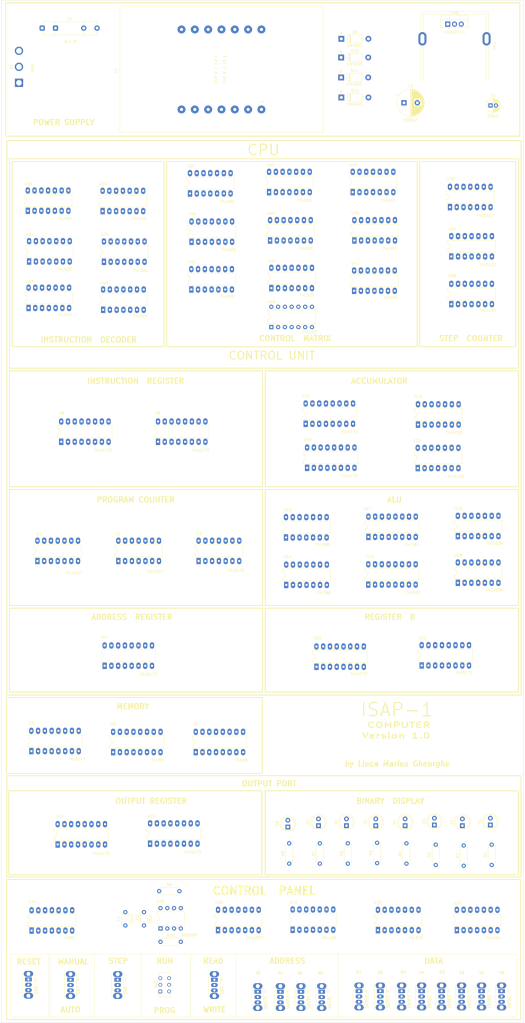
<source format=kicad_pcb>
(kicad_pcb (version 20240108) (generator "pcbnew") (generator_version "8.0")
  (layers (0 "F.Cu" signal) (31 "B.Cu" signal) (34 "B.Paste" user) (35 "F.Paste" user) (36 "B.SilkS" user "B.Silkscreen") (37 "F.SilkS" user "F.Silkscreen") (38 "B.Mask" user) (39 "F.Mask" user) (44 "Edge.Cuts" user))
  (net 0 "")
  (net 1 "GND")
  (net 2 "+5V")
  (net 4 "Net-(U1A-C)")
  (net 5 "Net-(U1B-C)")
  (net 7 "Net-(U1A-Q)")
  (net 8 "Net-(U2A-C)")
  (net 9 "Net-(SW1A1-C)")
  (net 10 "Net-(SW1C1-C)")
  (net 11 "Net-(SW1D1-C)")
  (net 12 "Net-(SW1B1-C)")
  (net 13 "Net-(SW3A1-C)")
  (net 15 "Net-(SW3B1-C)")
  (net 17 "Net-(U16-B2)")
  (net 18 "Net-(U16-B1)")
  (net 19 "/ALU/B5")
  (net 20 "/ALU/B4")
  (net 21 "Net-(U16-B4)")
  (net 22 "Net-(U16-B3)")
  (net 23 "/ALU/B6")
  (net 24 "/ALU/B7")
  (net 25 "/ALU/B2")
  (net 26 "Net-(U17-B1)")
  (net 27 "/ALU/B0")
  (net 28 "/ALU/B1")
  (net 29 "Net-(U17-B4)")
  (net 30 "/ALU/B3")
  (net 31 "Net-(U17-B3)")
  (net 32 "Net-(U17-B2)")
  (net 33 "/ALU/AC6")
  (net 34 "/ALU/AC4")
  (net 35 "Net-(U16-S2)")
  (net 36 "Net-(U16-S4)")
  (net 38 "/ALU/AC5")
  (net 39 "Net-(U16-S3)")
  (net 40 "Net-(U16-S1)")
  (net 41 "Net-(U16-C0)")
  (net 42 "/ALU/AC7")
  (net 43 "Net-(U17-S3)")
  (net 44 "/ALU/AC1")
  (net 45 "/ALU/AC2")
  (net 46 "/ALU/AC0")
  (net 47 "Net-(U17-S4)")
  (net 48 "Net-(U17-S1)")
  (net 49 "Net-(U17-S2)")
  (net 50 "/ALU/D4")
  (net 51 "/ALU/D6")
  (net 52 "/ALU/D7")
  (net 53 "/ALU/D5")
  (net 54 "/ALU/D2")
  (net 55 "/ALU/D3")
  (net 56 "/ALU/D1")
  (net 57 "/ALU/D0")
  (net 62 "Net-(SW3C1-C)")
  (net 64 "Net-(SW3D1-C)")
  (net 67 "Net-(SW3E1-C)")
  (net 69 "Net-(SW3F1-C)")
  (net 70 "Net-(SW3G1-C)")
  (net 72 "Net-(SW3H1-C)")
  (net 77 "Net-(D1-A)")
  (net 78 "Net-(D2-A)")
  (net 79 "Net-(D3-A)")
  (net 80 "Net-(D4-A)")
  (net 81 "Net-(D5-A)")
  (net 82 "Net-(D6-A)")
  (net 83 "Net-(D7-A)")
  (net 84 "Net-(D8-A)")
  (net 85 "/BinaryDisplay/DB0")
  (net 86 "Net-(U24-Pad12)")
  (net 87 "Net-(SW6-C)")
  (net 88 "Net-(U24-Pad10)")
  (net 89 "Net-(SW6-A)")
  (net 90 "Net-(SW7-C)")
  (net 91 "Net-(SW7-A)")
  (net 93 "/MAN")
  (net 95 "Net-(U25-Pad12)")
  (net 96 "Net-(U26-Pad13)")
  (net 97 "Net-(SW5-C)")
  (net 98 "Net-(U26-Pad2)")
  (net 99 "Net-(U26-Pad11)")
  (net 100 "Net-(U29A-Q)")
  (net 101 "Net-(SW5-A)")
  (net 102 "Net-(U27-Pad2)")
  (net 106 "Net-(U28-THR)")
  (net 107 "Net-(U28-Q)")
  (net 108 "Net-(U28-CV)")
  (net 109 "Net-(U28-DIS)")
  (net 113 "/ControlUnit/I7")
  (net 114 "Net-(U31-Pad2)")
  (net 115 "/ControlUnit/I5")
  (net 116 "Net-(U31-Pad4)")
  (net 117 "Net-(U31-Pad8)")
  (net 118 "/ControlUnit/I6")
  (net 120 "Net-(U37A-J)")
  (net 121 "/ControlUnit/I4")
  (net 122 "Net-(U31-Pad6)")
  (net 123 "Net-(SW2B-B)")
  (net 124 "Net-(U32-Pad6)")
  (net 125 "Net-(U32-Pad8)")
  (net 126 "Net-(U33-Pad6)")
  (net 127 "Net-(U33-Pad8)")
  (net 128 "Net-(U34-Pad8)")
  (net 129 "Net-(U35-Pad4)")
  (net 130 "Net-(U35-Pad2)")
  (net 131 "Net-(U35-Pad8)")
  (net 132 "Net-(U35-Pad6)")
  (net 133 "Net-(U36B-J)")
  (net 134 "Net-(U36A-K)")
  (net 135 "Net-(U36A-Q)")
  (net 136 "Net-(U36A-~{Q})")
  (net 137 "Net-(U36A-J)")
  (net 138 "Net-(U36B-K)")
  (net 139 "Net-(U37B-K)")
  (net 140 "Net-(U37A-K)")
  (net 141 "Net-(U38A-J)")
  (net 142 "Net-(U36A-~{R})")
  (net 143 "/~{CE}")
  (net 144 "Net-(SW4-C)")
  (net 145 "/CP")
  (net 146 "/CLR")
  (net 147 "/~{CLK}")
  (net 148 "/EP")
  (net 149 "/CLK")
  (net 150 "/~{LM}")
  (net 151 "/~{LI}")
  (net 152 "/~{LA}")
  (net 153 "/EA")
  (net 154 "/SU")
  (net 155 "/EU")
  (net 156 "/~{LB}")
  (net 157 "/HLT")
  (net 158 "Net-(U31-Pad12)")
  (net 159 "Net-(U35-Pad10)")
  (net 160 "Net-(U35-Pad13)")
  (net 161 "Net-(U39-Pad8)")
  (net 162 "Net-(U39-Pad11)")
  (net 163 "Net-(U39-Pad3)")
  (net 164 "Net-(U39-Pad6)")
  (net 165 "Net-(U40-Pad11)")
  (net 166 "Net-(U40-Pad6)")
  (net 167 "Net-(U40-Pad3)")
  (net 168 "Net-(U40-Pad8)")
  (net 169 "Net-(U41-Pad11)")
  (net 170 "Net-(U41-Pad3)")
  (net 171 "Net-(U41-Pad6)")
  (net 172 "Net-(U41-Pad8)")
  (net 173 "Net-(U42-Pad6)")
  (net 174 "Net-(U42-Pad8)")
  (net 175 "Net-(U42-Pad11)")
  (net 176 "/~{LO}")
  (net 177 "Net-(U43-Pad6)")
  (net 178 "Net-(U43-Pad3)")
  (net 179 "Net-(U44-Pad8)")
  (net 180 "Net-(U44-Pad6)")
  (net 181 "Net-(U45-Pad12)")
  (net 182 "Net-(D10-K)")
  (net 183 "Net-(U45-Pad6)")
  (net 184 "Net-(U43-Pad11)")
  (net 185 "Net-(D11-K)")
  (net 187 "/~{EI}")
  (net 188 "Net-(D11-A)")
  (net 189 "Net-(U45-Pad8)")
  (net 190 "Net-(U45-Pad9)")
  (net 191 "Net-(U46-Pad11)")
  (net 192 "Net-(SW2A-A)")
  (net 193 "/BinaryDisplay/DB1")
  (net 194 "/BinaryDisplay/DB2")
  (net 195 "/BinaryDisplay/DB3")
  (net 196 "/BinaryDisplay/DB4")
  (net 197 "/BinaryDisplay/DB5")
  (net 198 "/BinaryDisplay/DB6")
  (net 199 "/BinaryDisplay/DB7")
  (net 200 "/~{DM}")
  (net 201 "Net-(T1-AA)")
  (net 202 "/~{CLR}")
  (net 203 "/~{LAR}")
  (net 204 "/AddressRegister/A3")
  (net 205 "/AddressRegister/A1")
  (net 206 "/AddressRegister/A0")
  (net 207 "/AddressRegister/A2")
  (net 208 "Net-(U5-Zc)")
  (net 209 "Net-(U5-Za)")
  (net 210 "Net-(U5-Zd)")
  (net 211 "Net-(U5-Zb)")
  (net 212 "Net-(P1-L)")
  (net 213 "Net-(P1-N)")
  (net 216 "Net-(U46-Pad13)")
  (net 217 "Net-(U46-Pad8)")
  (net 218 "Net-(U46-Pad10)")
  (net 219 "Net-(U48-Pad8)")
  (net 220 "Net-(U49-Pad12)")
  (net 221 "Net-(U49-Pad13)")
  (net 222 "Net-(U49-Pad6)")
  (footprint "LED_THT:LED_D5.0mm" (layer "F.Cu") (at 241.42 325 90)
    (property "Reference" "D1")
    (property "Value" "LED")
  )
  (footprint "Package_DIP:DIP-16_W7.62mm_LongPads" (layer "F.Cu") (at 69.135 297.31 90)
    (property "Reference" "U5")
    (property "Value" "74LS157")
  )
  (footprint "Resistor_THT:R_Axial_DIN0207_L6.3mm_D2.5mm_P7.62mm_Horizontal" (layer "F.Cu") (at 241.92 340 90)
    (property "Reference" "R1")
    (property "Value" "1K")
  )
  (footprint "Resistor_THT:R_Axial_DIN0207_L6.3mm_D2.5mm_P7.62mm_Horizontal" (layer "F.Cu") (at 220.92 340 90)
    (property "Reference" "R3")
    (property "Value" "1K")
  )
  (footprint "Fuse:Fuseholder_Clip-5x20mm_Schurter_CQM_Inline_P20.60x5.00mm_D1.00mm_Horizontal" (layer "F.Cu") (at 73.2 26.19)
    (property "Reference" "F1")
    (property "Value" "3/8A (0.4A)")
  )
  (footprint "Package_DIP:DIP-14_W7.62mm_LongPads" (layer "F.Cu") (at 226.76 111.81 90)
    (property "Reference" "U37")
    (property "Value" "74LS107")
  )
  (footprint "Package_DIP:DIP-16_W7.62mm_LongPads" (layer "F.Cu") (at 116.68 181.31 90)
    (property "Reference" "U9")
    (property "Value" "74LS173")
  )
  (footprint "Button_Switch_THT:SW_Slide_SPDT_Straight_CK_OS102011MS2Q" (layer "F.Cu") (at 200.1225 387.31 -90)
    (property "Reference" "SW3G1")
    (property "Value" "SW_SPDT")
  )
  (footprint "LED_THT:LED_D5.0mm" (layer "F.Cu") (at 187.42 325.265 90)
    (property "Reference" "D6")
    (property "Value" "LED")
  )
  (footprint "Package_DIP:DIP-16_W7.62mm_LongPads" (layer "F.Cu") (at 195.645 216.985 90)
    (property "Reference" "U17")
    (property "Value" "74LS83")
  )
  (footprint "Package_DIP:DIP-14_W7.62mm_LongPads" (layer "F.Cu") (at 159.22 123.69 90)
    (property "Reference" "U44")
    (property "Value" "74LS20")
  )
  (footprint "Transformer_THT:Transformer_CHK_EI54-16VA_Neutral" (layer "F.Cu") (at 155.5 56.69 90)
    (property "Reference" "T1")
    (property "Value" "F-25X 115V(240V) /12V 1.5A")
  )
  (footprint "Button_Switch_THT:SW_Slide_SPDT_Straight_CK_OS102011MS2Q" (layer "F.Cu") (at 245.6225 387.31 -90)
    (property "Reference" "SW3A1")
    (property "Value" "SW_SPDT")
  )
  (footprint "Button_Switch_THT:SW_Slide_SPDT_Straight_CK_OS102011MS2Q" (layer "F.Cu") (at 178.1225 387.53 -90)
    (property "Reference" "SW1A1")
    (property "Value" "SW_SPDT")
  )
  (footprint "Package_DIP:DIP-16_W7.62mm_LongPads" (layer "F.Cu") (at 195.605 234.865 90)
    (property "Reference" "U16")
    (property "Value" "74LS83")
  )
  (footprint "Package_DIP:DIP-14_W7.62mm_LongPads" (layer "F.Cu") (at 226.26 93.31 90)
    (property "Reference" "U36")
    (property "Value" "74LS107")
  )
  (footprint "Package_DIP:DIP-16_W7.62mm_LongPads" (layer "F.Cu") (at 215.64 265.19 90)
    (property "Reference" "U21")
    (property "Value" "74LS173")
  )
  (footprint "Resistor_THT:R_Axial_DIN0207_L6.3mm_D2.5mm_P7.62mm_Horizontal" (layer "F.Cu") (at 165.92 339.5 90)
    (property "Reference" "R8")
    (property "Value" "1K")
  )
  (footprint "Capacitor_THT:C_Disc_D5.0mm_W2.5mm_P5.00mm" (layer "F.Cu") (at 111.42 357.69 -90)
    (property "Reference" "C2")
    (property "Value" "10nF")
  )
  (footprint "Button_Switch_THT:SW_Slide_SPDT_Straight_CK_OS102011MS2Q" (layer "F.Cu") (at 83.84 383.03 -90)
    (property "Reference" "SW7")
    (property "Value" "SW_SPDT")
  )
  (footprint "Button_Switch_THT:SW_Slide_SPDT_Straight_CK_OS102011MS2Q" (layer "F.Cu") (at 192.1225 387.31 -90)
    (property "Reference" "SW3H1")
    (property "Value" "SW_SPDT")
  )
  (footprint "Package_DIP:DIP-14_W7.62mm_LongPads" (layer "F.Cu") (at 96.08 131.81 90)
    (property "Reference" "U48")
    (property "Value" "74LS04")
  )
  (footprint "Package_DIP:DIP-14_W7.62mm_LongPads" (layer "F.Cu") (at 96.38 113.81 90)
    (property "Reference" "U35")
    (property "Value" "74LS04")
  )
  (footprint "Package_DIP:DIP-14_W7.62mm_LongPads" (layer "F.Cu") (at 68.305 113.69 90)
    (property "Reference" "U32")
    (property "Value" "74LS20")
  )
  (footprint "Package_DIP:DIP-16_W7.62mm_LongPads" (layer "F.Cu") (at 79.015 332.31 90)
    (property "Reference" "U22")
    (property "Value" "74LS173")
  )
  (footprint "Package_DIP:DIP-14_W7.62mm_LongPads" (layer "F.Cu") (at 228.84 364.43 90)
    (property "Reference" "U27")
    (property "Value" "74LS04")
  )
  (footprint "Heatsink:Heatsink_AAVID_590302B03600G" (layer "F.Cu") (at 240 30.19 -90)
    (property "Reference" "HS1")
    (property "Value" "Heatsink")
  )
  (footprint "Resistor_THT:R_Axial_DIN0207_L6.3mm_D2.5mm_P7.62mm_Horizontal" (layer "F.Cu") (at 177.42 339.5 90)
    (property "Reference" "R7")
    (property "Value" "1K")
  )
  (footprint "Package_DIP:DIP-14_W7.62mm_LongPads" (layer "F.Cu") (at 129.255 106.31 90)
    (property "Reference" "U40")
    (property "Value" "74LS00")
  )
  (footprint "Resistor_THT:R_Axial_DIN0207_L6.3mm_D2.5mm_P7.62mm_Horizontal" (layer "F.Cu") (at 187.92 339.5 90)
    (property "Reference" "R6")
    (property "Value" "1K")
  )
  (footprint "Package_DIP:DIP-14_W7.62mm_LongPads" (layer "F.Cu") (at 214.18 191.19 90)
    (property "Reference" "U12")
    (property "Value" "74LS126")
  )
  (footprint "LED_THT:LED_D5.0mm" (layer "F.Cu") (at 209.42 325.265 90)
    (property "Reference" "D4")
    (property "Value" "LED")
  )
  (footprint "Button_Switch_THT:SW_Slide_SPDT_Straight_CK_OS102011MS2Q" (layer "F.Cu") (at 223.1225 387.31 -90)
    (property "Reference" "SW3D1")
    (property "Value" "SW_SPDT")
  )
  (footprint "Button_Switch_THT:SW_Slide_SPDT_Straight_CK_OS102011MS2Q" (layer "F.Cu") (at 215.6225 387.31 -90)
    (property "Reference" "SW3E1")
    (property "Value" "SW_SPDT")
  )
  (footprint "Package_DIP:DIP-16_W7.62mm_LongPads" (layer "F.Cu") (at 80.355 181.31 90)
    (property "Reference" "U8")
    (property "Value" "74LS173")
  )
  (footprint "Package_DIP:DIP-14_W7.62mm_LongPads" (layer "F.Cu") (at 229.22 216.69 90)
    (property "Reference" "U19")
    (property "Value" "74LS126")
  )
  (footprint "Button_Switch_THT:SW_Slide_SPDT_Straight_CK_OS102011MS2Q" (layer "F.Cu") (at 230.6225 387.31 -90)
    (property "Reference" "SW3C1")
    (property "Value" "SW_SPDT")
  )
  (footprint "Package_DIP:DIP-14_W7.62mm_LongPads" (layer "F.Cu") (at 69.22 364.605 90)
    (property "Reference" "U24")
    (property "Value" "7400")
  )
  (footprint "Diode_THT:D_DO-41_SOD81_P10.16mm_Horizontal" (layer "F.Cu") (at 185.42 37.19)
    (property "Reference" "D10")
    (property "Value" "1N4001")
  )
  (footprint "Package_DIP:DIP-14_W7.62mm_LongPads" (layer "F.Cu") (at 199.22 364.43 90)
    (property "Reference" "U25")
    (property "Value" "74LS10")
  )
  (footprint "Resistor_THT:R_Axial_DIN0207_L6.3mm_D2.5mm_P7.62mm_Horizontal" (layer "F.Cu") (at 209.92 339.5 90)
    (property "Reference" "R4")
    (property "Value" "1K")
  )
  (footprint "Package_DIP:DIP-14_W7.62mm_LongPads" (layer "F.Cu") (at 129.18 124.19 90)
    (property "Reference" "U41")
    (property "Value" "74LS00")
  )
  (footprint "Connector_Wire:SolderWire-1.5sqmm_1x03_P6mm_D1.7mm_OD3mm" (layer "F.Cu") (at 64.5 46.69 90)
    (property "Reference" "P1")
    (property "Value" "IEC_60320_C13_Plug")
  )
  (footprint "Package_DIP:DIP-16_W7.62mm_LongPads" (layer "F.Cu") (at 176.14 265.69 90)
    (property "Reference" "U20")
    (property "Value" "74LS173")
  )
  (footprint "Package_DIP:DIP-16_W7.62mm_LongPads" (layer "F.Cu") (at 130.84 297.69 90)
    (property "Reference" "U7")
    (property "Value" "74189")
  )
  (footprint "Button_Switch_THT:SW_Slide_SPDT_Straight_CK_OS102011MS2Q" (layer "F.Cu") (at 101.5425 383.03 -90)
    (property "Reference" "SW6")
    (property "Value" "SW_SPDT")
  )
  (footprint "Package_DIP:DIP-14_W7.62mm_LongPads" (layer "F.Cu") (at 158.38 87.69 90)
    (property "Reference" "U42")
    (property "Value" "74LS00")
  )
  (footprint "Package_DIP:DIP-14_W7.62mm_LongPads" (layer "F.Cu") (at 131.92 226.015 90)
    (property "Reference" "U3")
    (property "Value" "74LS126")
  )
  (footprint "Resistor_THT:R_Axial_DIN0207_L6.3mm_D2.5mm_P7.62mm_Horizontal" (layer "F.Cu") (at 117.61 368.81)
    (property "Reference" "R10")
    (property "Value" "18K")
  )
  (footprint "Package_DIP:DIP-14_W7.62mm_LongPads" (layer "F.Cu") (at 164.805 234.985 90)
    (property "Reference" "U14")
    (property "Value" "74LS86")
  )
  (footprint "Package_DIP:DIP-14_W7.62mm_LongPads" (layer "F.Cu") (at 190.38 105.81 90)
    (property "Reference" "U46")
    (property "Value" "74LS00")
  )
  (footprint "LED_THT:LED_D5.0mm" (layer "F.Cu") (at 230.92 325.265 90)
    (property "Reference" "D2")
    (property "Value" "LED")
  )
  (footprint "Button_Switch_THT:SW_Slide_SPDT_Straight_CK_OS102011MS2Q" (layer "F.Cu") (at 154.1225 387.53 -90)
    (property "Reference" "SW1D1")
    (property "Value" "SW_SPDT")
  )
  (footprint "Resistor_THT:R_Axial_DIN0207_L6.3mm_D2.5mm_P7.62mm_Horizontal" (layer "F.Cu") (at 231.42 340.31 90)
    (property "Reference" "R2")
    (property "Value" "1K")
  )
  (footprint "Package_DIP:DIP-14_W7.62mm_LongPads" (layer "F.Cu") (at 158.76 105.81 90)
    (property "Reference" "U43")
    (property "Value" "74LS00")
  )
  (footprint "Resistor_THT:R_Axial_DIN0207_L6.3mm_D2.5mm_P7.62mm_Horizontal" (layer "F.Cu") (at 198.92 339.31 90)
    (property "Reference" "R5")
    (property "Value" "1K")
  )
  (footprint "Package_DIP:DIP-16_W7.62mm_LongPads" (layer "F.Cu") (at 96.64 265.31 90)
    (property "Reference" "U4")
    (property "Value" "74LS173")
  )
  (footprint "Button_Switch_THT:SW_Slide_SPDT_Straight_CK_OS102011MS2Q" (layer "F.Cu") (at 68.0425 382.93 -90)
    (property "Reference" "SW5")
    (property "Value" "SW_SPDT")
  )
  (footprint "Package_DIP:DIP-14_W7.62mm_LongPads" (layer "F.Cu") (at 139.22 364.43 90)
    (property "Reference" "U29")
    (property "Value" "74LS107")
  )
  (footprint "Package_DIP:DIP-14_W7.62mm_LongPads" (layer "F.Cu") (at 226.76 129.69 90)
    (property "Reference" "U38")
    (property "Value" "74LS107")
  )
  (footprint "Package_TO_SOT_THT:TO-220-3_Vertical" (layer "F.Cu") (at 225.42 24.69)
    (property "Reference" "U30")
    (property "Value" "LM340T-5")
  )
  (footprint "Button_Switch_THT:SW_Slide_SPDT_Straight_CK_OS102011MS2Q" (layer "F.Cu") (at 208.1225 387.31 -90)
    (property "Reference" "SW3F1")
    (property "Value" "SW_SPDT")
  )
  (footprint "LED_THT:LED_D5.0mm" (layer "F.Cu") (at 176.92 325.265 90)
    (property "Reference" "D7")
    (property "Value" "LED")
  )
  (footprint "Diode_THT:D_DO-41_SOD81_P10.16mm_Horizontal" (layer "F.Cu") (at 185.42 44.69)
    (property "Reference" "D11")
    (property "Value" "1N4001")
  )
  (footprint "Package_DIP:DIP-16_W7.62mm_LongPads" (layer "F.Cu") (at 172.64 191.07 90)
    (property "Reference" "U10")
    (property "Value" "74LS173")
  )
  (footprint "Capacitor_THT:CP_Radial_D5.0mm_P2.00mm" (layer "F.Cu") (at 241.5 55.19)
    (property "Reference" "C4")
    (property "Value" "220uF")
  )
  (footprint "Package_DIP:DIP-8_W7.62mm" (layer "F.Cu") (at 117.62 363.81 90)
    (property "Reference" "U28")
    (property "Value" "NE555P")
  )
  (footprint "LED_THT:LED_D5.0mm" (layer "F.Cu") (at 165.42 325.765 90)
    (property "Reference" "D8")
    (property "Value" "LED")
  )
  (footprint "Package_DIP:DIP-14_W7.62mm_LongPads" (layer "F.Cu") (at 68.08 131.135 90)
    (property "Reference" "U33")
    (property "Value" "74LS20")
  )
  (footprint "Package_DIP:DIP-16_W7.62mm_LongPads" (layer "F.Cu") (at 99.84 297.69 90)
    (property "Reference" "U6")
    (property "Value" "74189")
  )
  (footprint "Button_Switch_THT:SW_Slide_SPDT_Straight_CK_OS102011MS2Q" (layer "F.Cu") (at 137.84 383.03 -90)
    (property "Reference" "SW4")
    (property "Value" "SW_SPDT")
  )
  (footprint "Package_DIP:DIP-14_W7.62mm_LongPads" (layer "F.Cu") (at 101.795 226.015 90)
    (property "Reference" "U2")
    (property "Value" "74LS107")
  )
  (footprint "LED_THT:LED_D5.0mm" (layer "F.Cu") (at 220.42 325 90)
    (property "Reference" "D3")
    (property "Value" "LED")
  )
  (footprint "Package_DIP:DIP-14_W7.62mm_LongPads" (layer "F.Cu") (at 190.295 124.69 90)
    (property "Reference" "U47")
    (property "Value" "74LS04")
  )
  (footprint "Resistor_THT:R_Axial_DIN0207_L6.3mm_D2.5mm_P7.62mm_Horizontal" (layer "F.Cu") (at 117.11 349.81)
    (property "Reference" "R9")
    (property "Value" "36K")
  )
  (footprint "Button_Switch_THT:SW_CK_JS202011CQN_DPDT_Straight" (layer "F.Cu") (at 117.54 387.43 90)
    (property "Reference" "SW2")
    (property "Value" "SW_DPDT_x2")
  )
  (footprint "Package_DIP:DIP-14_W7.62mm_LongPads" (layer "F.Cu") (at 167.22 364.31 90)
    (property "Reference" "U26")
    (property "Value" "74LS00")
  )
  (footprint "Capacitor_THT:C_Disc_D5.0mm_W2.5mm_P5.00mm" (layer "F.Cu") (at 104.42 362.69 90)
    (property "Reference" "C1")
    (property "Value" "10nF")
  )
  (footprint "Package_DIP:DIP-14_W7.62mm_LongPads" (layer "F.Cu") (at 164.72 217.19 90)
    (property "Reference" "U15")
    (property "Value" "74LS86")
  )
  (footprint "LED_THT:LED_D5.0mm" (layer "F.Cu") (at 198.42 325.265 90)
    (property "Reference" "D5")
    (property "Value" "LED")
  )
  (footprint "Package_DIP:DIP-16_W7.62mm_LongPads" (layer "F.Cu") (at 172.1 174.57 90)
    (property "Reference" "U11")
    (property "Value" "74LS173")
  )
  (footprint "Diode_THT:D_DO-41_SOD81_P10.16mm_Horizontal" (layer "F.Cu") (at 185.5 30.19)
    (property "Reference" "D9")
    (property "Value" "1N4001")
  )
  (footprint "Package_DIP:DIP-14_W7.62mm_LongPads" (layer "F.Cu") (at 95.88 94.81 90)
    (property "Reference" "U34")
    (property "Value" "74LS20")
  )
  (footprint "Package_DIP:DIP-16_W7.62mm_LongPads" (layer "F.Cu") (at 113.72 332.015 90)
    (property "Reference" "U23")
    (property "Value" "74LS173")
  )
  (footprint "Button_Switch_THT:SW_Slide_SPDT_Straight_CK_OS102011MS2Q" (layer "F.Cu") (at 170.325 387.53 -90)
    (property "Reference" "SW1B1")
    (property "Value" "SW_SPDT")
  )
  (footprint "Capacitor_THT:CP_Radial_D10.0mm_P5.00mm" (layer "F.Cu") (at 209 54.19)
    (property "Reference" "C3")
    (property "Value" "1000uF")
  )
  (footprint "Button_Switch_THT:SW_Slide_SPDT_Straight_CK_OS102011MS2Q" (layer "F.Cu") (at 238.1225 387.31 -90)
    (property "Reference" "SW3B1")
    (property "Value" "SW_SPDT")
  )
  (footprint "Diode_THT:D_DO-41_SOD81_P10.16mm_Horizontal" (layer "F.Cu") (at 185.5 52.19)
    (property "Reference" "D12")
    (property "Value" "1N4001")
  )
  (footprint "Package_DIP:DIP-14_W7.62mm_LongPads" (layer "F.Cu") (at 71.42 226.015 90)
    (property "Reference" "U1")
    (property "Value" "74LS107")
  )
  (footprint "Package_DIP:DIP-14_W7.62mm_LongPads" (layer "F.Cu") (at 229.22 234.19 90)
    (property "Reference" "U18")
    (property "Value" "74LS126")
  )
  (footprint "Package_DIP:DIP-14_W7.62mm" (layer "F.Cu") (at 159.22 138.31 90)
    (property "Reference" "U49")
    (property "Value" "74LS32")
  )
  (footprint "Package_DIP:DIP-14_W7.62mm_LongPads" (layer "F.Cu") (at 67.805 94.69 90)
    (property "Reference" "U31")
    (property "Value" "74LS04")
  )
  (footprint "Button_Switch_THT:SW_Slide_SPDT_Straight_CK_OS102011MS2Q" (layer "F.Cu") (at 162.6225 387.53 -90)
    (property "Reference" "SW1C1")
    (property "Value" "SW_SPDT")
  )
  (footprint "Package_DIP:DIP-14_W7.62mm_LongPads" (layer "F.Cu") (at 214.265 174.865 90)
    (property "Reference" "U13")
    (property "Value" "74LS126")
  )
  (footprint "Package_DIP:DIP-14_W7.62mm_LongPads" (layer "F.Cu") (at 128.68 88.19 90)
    (property "Reference" "U39")
    (property "Value" "74LS00")
  )
  (footprint "Package_DIP:DIP-14_W7.62mm_LongPads" (layer "F.Cu") (at 189.76 87.69 90)
    (property "Reference" "U45")
    (property "Value" "74LS10")
  )
  (gr_rect (start 156.92 243.69) (end 251.92 275.19) (stroke (width 0.3)) (fill none) (layer "F.SilkS"))
  (gr_rect (start 60.92 75.19) (end 251.92 153.69) (stroke (width 0.2794)) (fill none) (layer "F.SilkS"))
  (gr_rect (start 60.92 243.69) (end 155.92 275.19) (stroke (width 0.3)) (fill none) (layer "F.SilkS"))
  (gr_rect (start 61.34 373.43) (end 75.84 396.93) (stroke (width 0.1)) (fill none) (layer "F.SilkS"))
  (gr_rect (start 156.92 199.19) (end 251.92 242.69) (stroke (width 0.3)) (fill none) (layer "F.SilkS"))
  (gr_rect (start 156.92 312.19) (end 251.92 343.69) (stroke (width 0.3)) (fill none) (layer "F.SilkS"))
  (gr_rect (start 59.84 345.43) (end 252.84 397.93) (stroke (width 0.3)) (fill none) (layer "F.SilkS"))
  (gr_rect (start 110.34 373.43) (end 128.84 396.93) (stroke (width 0.1)) (fill none) (layer "F.SilkS"))
  (gr_rect (start 59.5 16.69) (end 252.5 66.69) (stroke (width 0.3)) (fill none) (layer "F.SilkS"))
  (gr_rect (start 156.92 154.69) (end 251.92 198.19) (stroke (width 0.3)) (fill none) (layer "F.SilkS"))
  (gr_rect (start 214.92 76.19) (end 250.92 145.69) (stroke (width 0.2794)) (fill none) (layer "F.SilkS"))
  (gr_rect (start 59.92 306.515) (end 252.92 344.515) (stroke (width 0.3)) (fill none) (layer "F.SilkS"))
  (gr_rect (start 60.92 154.69) (end 155.92 198.19) (stroke (width 0.3)) (fill none) (layer "F.SilkS"))
  (gr_rect (start 60.67 312.19) (end 155.67 343.69) (stroke (width 0.3)) (fill none) (layer "F.SilkS"))
  (gr_rect (start 128.84 373.43) (end 145.84 396.93) (stroke (width 0.1)) (fill none) (layer "F.SilkS"))
  (gr_rect (start 59.96 68.31) (end 252.96 276.31) (stroke (width 0.3)) (fill none) (layer "F.SilkS"))
  (gr_rect (start 60.92 199.19) (end 155.92 242.69) (stroke (width 0.3)) (fill none) (layer "F.SilkS"))
  (gr_rect (start 145.84 373.43) (end 184.34 396.93) (stroke (width 0.1)) (fill none) (layer "F.SilkS"))
  (gr_rect (start 59.795 277.19) (end 155.795 305.69) (stroke (width 0.3)) (fill none) (layer "F.SilkS"))
  (gr_rect (start 92.84 373.43) (end 110.34 396.93) (stroke (width 0.1)) (fill none) (layer "F.SilkS"))
  (gr_rect (start 184.34 373.43) (end 251.34 396.93) (stroke (width 0.1)) (fill none) (layer "F.SilkS"))
  (gr_rect (start 119.92 76.19) (end 213.92 145.69) (stroke (width 0.2794)) (fill none) (layer "F.SilkS"))
  (gr_rect (start 61.9 76.19) (end 118.92 145.69) (stroke (width 0.2794)) (fill none) (layer "F.SilkS"))
  (gr_rect (start 75.84 373.43) (end 92.84 396.93) (stroke (width 0.1)) (fill none) (layer "F.SilkS"))
  (gr_rect (start 57.92 15.69) (end 253.92 399.19) (stroke (width 0.1)) (fill none) (layer "Edge.Cuts"))
  (gr_text "74LS107" (at 239.46 96.485 0) (layer "F.SilkS") (effects (font (size 1 1))))
  (gr_text "74LS00" (at 142.54 91.31 0) (layer "F.SilkS") (effects (font (size 1 1))))
  (gr_text "DATA" (at 216.42 377.19 0) (layer "F.SilkS") (effects (font (size 2 2) (thickness 0.4) (bold yes)) (justify left bottom)))
  (gr_text "74LS20" (at 109.505 97.605 0) (layer "F.SilkS") (effects (font (size 1 1))))
  (gr_text "ACCUMULATOR" (at 188.92 159.69 0) (layer "F.SilkS") (effects (font (size 2 2) (thickness 0.4) (bold yes)) (justify left bottom)))
  (gr_text "D3" (at 222.1225 380.81 0) (layer "F.SilkS") (effects (font (size 1 1) (thickness 0.2) (bold yes)) (justify left bottom)))
  (gr_text "READ" (at 133.34 377.19 0) (layer "F.SilkS") (effects (font (size 2 2) (thickness 0.4) (bold yes)) (justify left bottom)))
  (gr_text "AUTO" (at 79.84 395.43 0) (layer "F.SilkS") (effects (font (size 2 2) (thickness 0.4) (bold yes)) (justify left bottom)))
  (gr_text "CONTROL  PANEL" (at 136.84 351.43 0) (layer "F.SilkS") (effects (font (size 3 3) (thickness 0.6) (bold yes)) (justify left bottom)))
  (gr_text "ALU" (at 202.42 204.19 0) (layer "F.SilkS") (effects (font (size 2 2) (thickness 0.4) (bold yes)) (justify left bottom)))
  (gr_text "74LS04" (at 110.005 117.105 0) (layer "F.SilkS") (effects (font (size 1 1))))
  (gr_text "74LS83" (at 212.345 237.865 0) (layer "F.SilkS") (effects (font (size 1 1))))
  (gr_text "STEP  COUNTER" (at 221.92 143.69 0) (layer "F.SilkS") (effects (font (size 2 2) (thickness 0.4) (bold yes)) (justify left bottom)))
  (gr_text "74LS126" (at 227.805 177.865 0) (layer "F.SilkS") (effects (font (size 1 1))))
  (gr_text "74LS32" (at 173.42 140.19 0) (layer "F.SilkS") (effects (font (size 1 1))))
  (gr_text "INSTRUCTION  REGISTER" (at 89.92 159.69 0) (layer "F.SilkS") (effects (font (size 2 2) (thickness 0.4) (bold yes)) (justify left bottom)))
  (gr_text "74LS173" (at 188.34 177.57 0) (layer "F.SilkS") (effects (font (size 1 1))))
  (gr_text "RESET" (at 63.34 377.43 0) (layer "F.SilkS") (effects (font (size 2 2) (thickness 0.4) (bold yes)) (justify left bottom)))
  (gr_text "ADDRESS  REGISTER" (at 91.42 248.19 0) (layer "F.SilkS") (effects (font (size 2 2) (thickness 0.4) (bold yes)) (justify left bottom)))
  (gr_text "1N4001" (at 190.5 47.19 0) (layer "F.SilkS") (effects (font (size 1 1))))
  (gr_text "D5" (at 207.6225 380.81 0) (layer "F.SilkS") (effects (font (size 1 1) (thickness 0.2) (bold yes)) (justify left bottom)))
  (gr_text "74LS126" (at 145.92 229.515 0) (layer "F.SilkS") (effects (font (size 1 1))))
  (gr_text "74LS83" (at 211.845 219.865 0) (layer "F.SilkS") (effects (font (size 1 1))))
  (gr_text "74LS00" (at 172.04 108.81 0) (layer "F.SilkS") (effects (font (size 1 1))))
  (gr_text "1N4001" (at 190.5 32.69 0) (layer "F.SilkS") (effects (font (size 1 1))))
  (gr_text "74LS20" (at 81.505 116.605 0) (layer "F.SilkS") (effects (font (size 1 1))))
  (gr_text "MAIN" (at 69.5 41.19 90) (layer "F.SilkS") (effects (font (size 1 1))))
  (gr_text "74LS173" (at 96.055 184.57 0) (layer "F.SilkS") (effects (font (size 1 1))))
  (gr_text "ISAP-1" (at 192.42 284.69 0) (layer "F.SilkS") (effects (font (size 5 5) (thickness 0.4)) (justify left bottom)))
  (gr_text "74LS173" (at 113.015 268.485 0) (layer "F.SilkS") (effects (font (size 1 1))))
  (gr_text "74LS107" (at 152.92 367.31 0) (layer "F.SilkS") (effects (font (size 1 1))))
  (gr_text "74LS126" (at 242.845 236.865 0) (layer "F.SilkS") (effects (font (size 1 1))))
  (gr_text "74LS00" (at 143.04 109.31 0) (layer "F.SilkS") (effects (font (size 1 1))))
  (gr_text "74LS173" (at 231.515 267.865 0) (layer "F.SilkS") (effects (font (size 1 1))))
  (gr_text "Version 1.0" (at 192.92 292.69 0) (layer "F.SilkS") (effects (font (size 2 3) (thickness 0.4) (bold yes)) (justify left bottom)))
  (gr_text "A1" (at 169.0425 381.15 0) (layer "F.SilkS") (effects (font (size 1 1) (thickness 0.2) (bold yes)) (justify left bottom)))
  (gr_text "MEMORY" (at 100.92 281.69 0) (layer "F.SilkS") (effects (font (size 2 2) (thickness 0.4) (bold yes)) (justify left bottom)))
  (gr_text "74LS173" (at 192.015 268.365 0) (layer "F.SilkS") (effects (font (size 1 1))))
  (gr_text "COMPUTER" (at 194.92 288.69 0) (layer "F.SilkS") (effects (font (size 2 3) (thickness 0.4) (bold yes)) (justify left bottom)))
  (gr_text "74LS173" (at 95.095 335.69 0) (layer "F.SilkS") (effects (font (size 1 1))))
  (gr_text "74LS04" (at 110.005 134.105 0) (layer "F.SilkS") (effects (font (size 1 1))))
  (gr_text "74LS04" (at 203.92 127.19 0) (layer "F.SilkS") (effects (font (size 1 1))))
  (gr_text "CPU" (at 149.92 74.19 0) (layer "F.SilkS") (effects (font (size 4 4) (thickness 0.4) (bold yes)) (justify left bottom)))
  (gr_text "7400" (at 83.42 367.31 0) (layer "F.SilkS") (effects (font (size 1 1))))
  (gr_text "OUTPUT PORT" (at 147.92 310.69 0) (layer "F.SilkS") (effects (font (size 2 2) (thickness 0.4) (bold yes)) (justify left bottom)))
  (gr_text "A2" (at 161.6225 381.03 0) (layer "F.SilkS") (effects (font (size 1 1) (thickness 0.2) (bold yes)) (justify left bottom)))
  (gr_text "74189" (at 116.38 300.69 0) (layer "F.SilkS") (effects (font (size 1 1))))
  (gr_text "D4" (at 214.6225 380.93 0) (layer "F.SilkS") (effects (font (size 1 1) (thickness 0.2) (bold yes)) (justify left bottom)))
  (gr_text "D6" (at 199.1225 380.93 0) (layer "F.SilkS") (effects (font (size 1 1) (thickness 0.2) (bold yes)) (justify left bottom)))
  (gr_text "74LS00" (at 142.54 126.81 0) (layer "F.SilkS") (effects (font (size 1 1))))
  (gr_text "74LS126" (at 228.305 194.365 0) (layer "F.SilkS") (effects (font (size 1 1))))
  (gr_text "74LS00" (at 171.54 90.81 0) (layer "F.SilkS") (effects (font (size 1 1))))
  (gr_text "74LS107" (at 84.92 230.515 0) (layer "F.SilkS") (effects (font (size 1 1))))
  (gr_text "RUN" (at 115.92 377.19 0) (layer "F.SilkS") (effects (font (size 2 2) (thickness 0.4) (bold yes)) (justify left bottom)))
  (gr_text "D2" (at 229.6225 380.93 0) (layer "F.SilkS") (effects (font (size 1 1) (thickness 0.2) (bold yes)) (justify left bottom)))
  (gr_text "ADDRESS" (at 158.34 377.15 0) (layer "F.SilkS") (effects (font (size 2 2) (thickness 0.4) (bold yes)) (justify left bottom)))
  (gr_text "74LS86" (at 178.345 219.865 0) (layer "F.SilkS") (effects (font (size 1 1))))
  (gr_text "74LS86" (at 178.845 237.865 0) (layer "F.SilkS") (effects (font (size 1 1))))
  (gr_text "STEP" (at 97.84 377.19 0) (layer "F.SilkS") (effects (font (size 2 2) (thickness 0.4) (bold yes)) (justify left bottom)))
  (gr_text "0.4 AT" (at 84 31.19 0) (layer "F.SilkS") (effects (font (size 1 1))))
  (gr_text "74LS107" (at 115.42 230.015 0) (layer "F.SilkS") (effects (font (size 1 1))))
  (gr_text "115 V / 12 V\n\n240 V / 12 V" (at 140 41.69 90) (layer "F.SilkS") (effects (font (size 1 1))))
  (gr_text "REGISTER  B" (at 193.92 248.19 0) (layer "F.SilkS") (effects (font (size 2 2) (thickness 0.4) (bold yes)) (justify left bottom)))
  (gr_text "74LS126" (at 242.845 219.365 0) (layer "F.SilkS") (effects (font (size 1 1))))
  (gr_text "74LS107" (at 240.46 114.985 0) (layer "F.SilkS") (effects (font (size 1 1))))
  (gr_text "74LS20" (at 81.505 133.605 0) (layer "F.SilkS") (effects (font (size 1 1))))
  (gr_text "74LS04" (at 242.42 367.31 0) (layer "F.SilkS") (effects (font (size 1 1))))
  (gr_text "OUTPUT REGISTER" (at 100.42 317.19 0) (layer "F.SilkS") (effects (font (size 2 2) (thickness 0.4) (bold yes)) (justify left bottom)))
  (gr_text "A3" (at 153.1225 381.03 0) (layer "F.SilkS") (effects (font (size 1 1) (thickness 0.2) (bold yes)) (justify left bottom)))
  (gr_text "POWER SUPPLY" (at 69.5 62.69 0) (layer "F.SilkS") (effects (font (size 2 2) (thickness 0.4) (bold yes)) (justify left bottom)))
  (gr_text "D1" (at 237.1225 380.93 0) (layer "F.SilkS") (effects (font (size 1 1) (thickness 0.2) (bold yes)) (justify left bottom)))
  (gr_text "INSTRUCTION  DECODER" (at 72.42 144.19 0) (layer "F.SilkS") (effects (font (size 2 2) (thickness 0.4) (bold yes)) (justify left bottom)))
  (gr_text "74LS173" (at 188.34 194.07 0) (layer "F.SilkS") (effects (font (size 1 1))))
  (gr_text "74LS00" (at 180.92 367.31 0) (layer "F.SilkS") (effects (font (size 1 1))))
  (gr_text "74LS00" (at 203.54 108.81 0) (layer "F.SilkS") (effects (font (size 1 1))))
  (gr_text "74LS107" (at 240.46 131.985 0) (layer "F.SilkS") (effects (font (size 1 1))))
  (gr_text "1N4001" (at 190.5 54.69 0) (layer "F.SilkS") (effects (font (size 1 1))))
  (gr_text "74189" (at 147.84 300.69 0) (layer "F.SilkS") (effects (font (size 1 1))))
  (gr_text "220uF" (at 242.5 59.19 0) (layer "F.SilkS") (effects (font (size 1 1))))
  (gr_text "WRITE" (at 133.34 395.43 0) (layer "F.SilkS") (effects (font (size 2 2) (thickness 0.4) (bold yes)) (justify left bottom)))
  (gr_text "74LS157" (at 86.135 300.31 0) (layer "F.SilkS") (effects (font (size 1 1))))
  (gr_text "by Linca Marius Gheorghe" (at 186.42 303.19 0) (layer "F.SilkS") (effects (font (size 2 2) (thickness 0.4) (bold yes) (italic yes)) (justify left bottom)))
  (gr_text "NE555P" (at 128.42 366.31 0) (layer "F.SilkS") (effects (font (size 1 1))))
  (gr_text "74LS173" (at 132.555 184.57 0) (layer "F.SilkS") (effects (font (size 1 1))))
  (gr_text "74LS20" (at 172.54 126.31 0) (layer "F.SilkS") (effects (font (size 1 1))))
  (gr_text "PROG" (at 114.84 395.69 0) (layer "F.SilkS") (effects (font (size 2 2) (thickness 0.4) (bold yes)) (justify left bottom)))
  (gr_text "PROGRAM COUNTER" (at 93.42 204.19 0) (layer "F.SilkS") (effects (font (size 2 2) (thickness 0.4) (bold yes)) (justify left bottom)))
  (gr_text "10nF" (at 113.92 360.19 90) (layer "F.SilkS") (effects (font (size 1 1))))
  (gr_text "CONTROL UNIT" (at 142.92 150.69 0) (layer "F.SilkS") (effects (font (size 3 3) (thickness 0.4) (bold yes)) (justify left bottom)))
  (gr_text "10nF" (at 106.92 360.19 90) (layer "F.SilkS") (effects (font (size 1 1))))
  (gr_text "D0" (at 244.6225 380.93 0) (layer "F.SilkS") (effects (font (size 1 1) (thickness 0.2) (bold yes)) (justify left bottom)))
  (gr_text "LM340T-5" (at 228 27.69 0) (layer "F.SilkS") (effects (font (size 1 1))))
  (gr_text "D7" (at 190.92 380.81 0) (layer "F.SilkS") (effects (font (size 1 1) (thickness 0.2) (bold yes)) (justify left bottom)))
  (gr_text "MANUAL" (at 78.84 377.43 0) (layer "F.SilkS") (effects (font (size 2 2) (thickness 0.4) (bold yes)) (justify left bottom)))
  (gr_text "74LS10" (at 213.42 367.31 0) (layer "F.SilkS") (effects (font (size 1 1))))
  (gr_text "74LS10" (at 203.04 90.81 0) (layer "F.SilkS") (effects (font (size 1 1))))
  (gr_text "1000uF" (at 211.5 60.69 0) (layer "F.SilkS") (effects (font (size 1 1))))
  (gr_text "BINARY  DISPLAY" (at 190.92 317.19 0) (layer "F.SilkS") (effects (font (size 2 2) (thickness 0.4) (bold yes)) (justify left bottom)))
  (gr_text "1N4001" (at 190.5 39.69 0) (layer "F.SilkS") (effects (font (size 1 1))))
  (gr_text "74LS173" (at 129.595 335.19 0) (layer "F.SilkS") (effects (font (size 1 1))))
  (gr_text "74LS04" (at 81.505 97.605 0) (layer "F.SilkS") (effects (font (size 1 1))))
  (gr_text "A0" (at 176.6225 381.03 0) (layer "F.SilkS") (effects (font (size 1 1) (thickness 0.2) (bold yes)) (justify left bottom)))
  (gr_text "CONTROL  MATRIX" (at 154.42 143.69 0) (layer "F.SilkS") (effects (font (size 2 2) (thickness 0.4) (bold yes)) (justify left bottom)))
)
</source>
